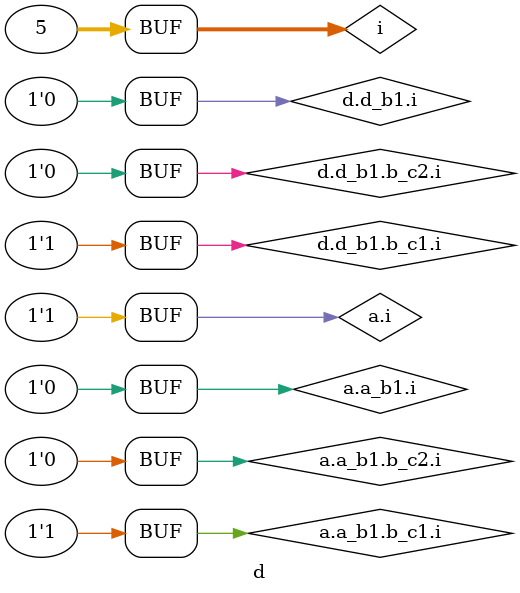
<source format=v>
/*
 * Copyright 2018 ISP RAS (http://www.ispras.ru)
 *
 * Licensed under the Apache License, Version 2.0 (the "License");
 * you may not use this file except in compliance with the License.
 * You may obtain a copy of the License at
 *
 *     http://www.apache.org/licenses/LICENSE-2.0
 *
 * Unless required by applicable law or agreed to in writing, software
 * distributed under the License is distributed on an "AS IS" BASIS,
 * WITHOUT WARRANTIES OR CONDITIONS OF ANY KIND, either express or implied.
 * See the License for the specific language governing permissions and
 * limitations under the License.
 */

// IEEE Std 1364-2005
//   12. Hierarchical structures
//     12.6 Upwards name referencing
//       In this example, there are four modules, a, b, c, and d. Each module contains an integer i.
//       The highest level modules in this segment of a model hierarchy are a and d. There are two
//       copies of module b because module a and d instantiate b. There are four copies of c.i
//       because each of the two copies of b instantiates c twice.

// ! TYPE: POSITIVE

module a;

  integer i;
  b a_b1();
endmodule

module b;

  integer i;
  c b_c1(), b_c2();

  initial           // downward path references two copies of i:
    #10 b_c1.i = 2; // a.a_b1.b_c1.i, d.d_b1.b_c1.i
endmodule

module c;

  integer i;
  initial begin     // local name references four copies of i:
    i = 1;          // a.a_b1.b_c1.i, a.a_b1.b_c2.i,
                    // d.d_b1.b_c1.i, d.d_b1.b_c2.i
    b.i = 1;        // upward path references two copies of i:
                    // a.a_b1.i, d.d_b1.i
  end
endmodule

module d;

  integer i;
  b d_b1();

  initial begin // full path name references each copy of i
    a.i = 1;
    d.i = 5;
    a.a_b1.i = 2;
    d.d_b1.i = 6;
    a.a_b1.b_c1.i = 3;
    d.d_b1.b_c1.i = 7;
    a.a_b1.b_c2.i = 4;
    d.d_b1.b_c2.i = 8;
  end
endmodule

</source>
